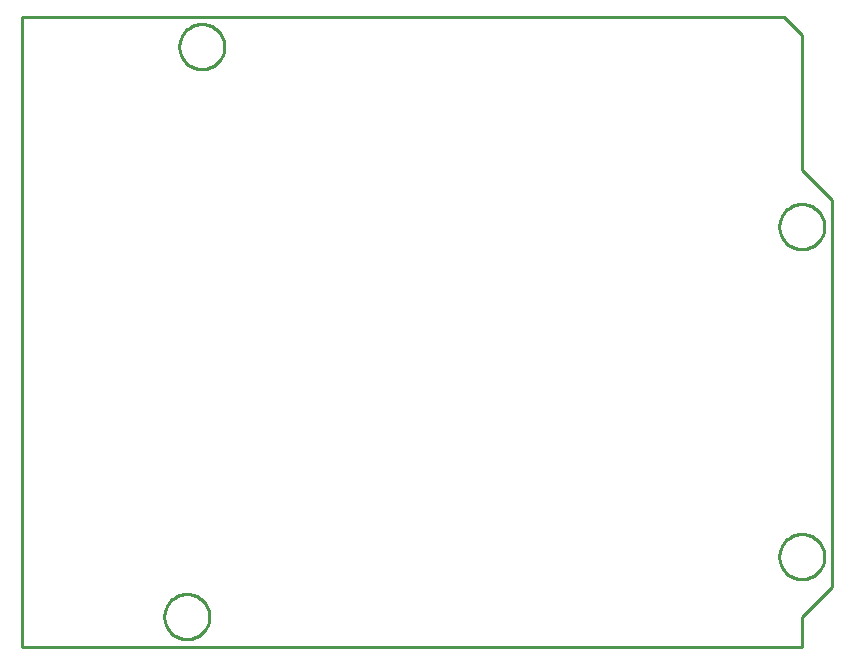
<source format=gbr>
G04 EAGLE Gerber RS-274X export*
G75*
%MOMM*%
%FSLAX34Y34*%
%LPD*%
%IN*%
%IPPOS*%
%AMOC8*
5,1,8,0,0,1.08239X$1,22.5*%
G01*
%ADD10C,0.254000*%


D10*
X-812800Y12700D02*
X-152400Y12700D01*
X-152400Y38100D01*
X-127000Y63500D01*
X-127000Y391160D01*
X-152400Y416560D01*
X-152400Y530860D01*
X-167640Y546100D01*
X-812800Y546100D01*
X-812800Y12700D01*
X-641350Y520124D02*
X-641420Y518975D01*
X-641558Y517832D01*
X-641766Y516700D01*
X-642041Y515582D01*
X-642384Y514483D01*
X-642792Y513407D01*
X-643265Y512357D01*
X-643800Y511337D01*
X-644395Y510352D01*
X-645049Y509405D01*
X-645759Y508498D01*
X-646523Y507637D01*
X-647337Y506823D01*
X-648198Y506059D01*
X-649105Y505349D01*
X-650052Y504695D01*
X-651037Y504100D01*
X-652057Y503565D01*
X-653107Y503092D01*
X-654183Y502684D01*
X-655282Y502341D01*
X-656400Y502066D01*
X-657532Y501858D01*
X-658675Y501720D01*
X-659824Y501650D01*
X-660976Y501650D01*
X-662125Y501720D01*
X-663268Y501858D01*
X-664400Y502066D01*
X-665518Y502341D01*
X-666617Y502684D01*
X-667693Y503092D01*
X-668743Y503565D01*
X-669763Y504100D01*
X-670748Y504695D01*
X-671695Y505349D01*
X-672602Y506059D01*
X-673463Y506823D01*
X-674277Y507637D01*
X-675041Y508498D01*
X-675751Y509405D01*
X-676405Y510352D01*
X-677000Y511337D01*
X-677535Y512357D01*
X-678008Y513407D01*
X-678416Y514483D01*
X-678759Y515582D01*
X-679034Y516700D01*
X-679242Y517832D01*
X-679381Y518975D01*
X-679450Y520124D01*
X-679450Y521276D01*
X-679381Y522425D01*
X-679242Y523568D01*
X-679034Y524700D01*
X-678759Y525818D01*
X-678416Y526917D01*
X-678008Y527993D01*
X-677535Y529043D01*
X-677000Y530063D01*
X-676405Y531048D01*
X-675751Y531995D01*
X-675041Y532902D01*
X-674277Y533763D01*
X-673463Y534577D01*
X-672602Y535341D01*
X-671695Y536051D01*
X-670748Y536705D01*
X-669763Y537300D01*
X-668743Y537835D01*
X-667693Y538308D01*
X-666617Y538716D01*
X-665518Y539059D01*
X-664400Y539334D01*
X-663268Y539542D01*
X-662125Y539681D01*
X-660976Y539750D01*
X-659824Y539750D01*
X-658675Y539681D01*
X-657532Y539542D01*
X-656400Y539334D01*
X-655282Y539059D01*
X-654183Y538716D01*
X-653107Y538308D01*
X-652057Y537835D01*
X-651037Y537300D01*
X-650052Y536705D01*
X-649105Y536051D01*
X-648198Y535341D01*
X-647337Y534577D01*
X-646523Y533763D01*
X-645759Y532902D01*
X-645049Y531995D01*
X-644395Y531048D01*
X-643800Y530063D01*
X-643265Y529043D01*
X-642792Y527993D01*
X-642384Y526917D01*
X-642041Y525818D01*
X-641766Y524700D01*
X-641558Y523568D01*
X-641420Y522425D01*
X-641350Y521276D01*
X-641350Y520124D01*
X-133350Y367724D02*
X-133420Y366575D01*
X-133558Y365432D01*
X-133766Y364300D01*
X-134041Y363182D01*
X-134384Y362083D01*
X-134792Y361007D01*
X-135265Y359957D01*
X-135800Y358937D01*
X-136395Y357952D01*
X-137049Y357005D01*
X-137759Y356098D01*
X-138523Y355237D01*
X-139337Y354423D01*
X-140198Y353659D01*
X-141105Y352949D01*
X-142052Y352295D01*
X-143037Y351700D01*
X-144057Y351165D01*
X-145107Y350692D01*
X-146183Y350284D01*
X-147282Y349941D01*
X-148400Y349666D01*
X-149532Y349458D01*
X-150675Y349320D01*
X-151824Y349250D01*
X-152976Y349250D01*
X-154125Y349320D01*
X-155268Y349458D01*
X-156400Y349666D01*
X-157518Y349941D01*
X-158617Y350284D01*
X-159693Y350692D01*
X-160743Y351165D01*
X-161763Y351700D01*
X-162748Y352295D01*
X-163695Y352949D01*
X-164602Y353659D01*
X-165463Y354423D01*
X-166277Y355237D01*
X-167041Y356098D01*
X-167751Y357005D01*
X-168405Y357952D01*
X-169000Y358937D01*
X-169535Y359957D01*
X-170008Y361007D01*
X-170416Y362083D01*
X-170759Y363182D01*
X-171034Y364300D01*
X-171242Y365432D01*
X-171381Y366575D01*
X-171450Y367724D01*
X-171450Y368876D01*
X-171381Y370025D01*
X-171242Y371168D01*
X-171034Y372300D01*
X-170759Y373418D01*
X-170416Y374517D01*
X-170008Y375593D01*
X-169535Y376643D01*
X-169000Y377663D01*
X-168405Y378648D01*
X-167751Y379595D01*
X-167041Y380502D01*
X-166277Y381363D01*
X-165463Y382177D01*
X-164602Y382941D01*
X-163695Y383651D01*
X-162748Y384305D01*
X-161763Y384900D01*
X-160743Y385435D01*
X-159693Y385908D01*
X-158617Y386316D01*
X-157518Y386659D01*
X-156400Y386934D01*
X-155268Y387142D01*
X-154125Y387281D01*
X-152976Y387350D01*
X-151824Y387350D01*
X-150675Y387281D01*
X-149532Y387142D01*
X-148400Y386934D01*
X-147282Y386659D01*
X-146183Y386316D01*
X-145107Y385908D01*
X-144057Y385435D01*
X-143037Y384900D01*
X-142052Y384305D01*
X-141105Y383651D01*
X-140198Y382941D01*
X-139337Y382177D01*
X-138523Y381363D01*
X-137759Y380502D01*
X-137049Y379595D01*
X-136395Y378648D01*
X-135800Y377663D01*
X-135265Y376643D01*
X-134792Y375593D01*
X-134384Y374517D01*
X-134041Y373418D01*
X-133766Y372300D01*
X-133558Y371168D01*
X-133420Y370025D01*
X-133350Y368876D01*
X-133350Y367724D01*
X-133350Y88324D02*
X-133420Y87175D01*
X-133558Y86032D01*
X-133766Y84900D01*
X-134041Y83782D01*
X-134384Y82683D01*
X-134792Y81607D01*
X-135265Y80557D01*
X-135800Y79537D01*
X-136395Y78552D01*
X-137049Y77605D01*
X-137759Y76698D01*
X-138523Y75837D01*
X-139337Y75023D01*
X-140198Y74259D01*
X-141105Y73549D01*
X-142052Y72895D01*
X-143037Y72300D01*
X-144057Y71765D01*
X-145107Y71292D01*
X-146183Y70884D01*
X-147282Y70541D01*
X-148400Y70266D01*
X-149532Y70058D01*
X-150675Y69920D01*
X-151824Y69850D01*
X-152976Y69850D01*
X-154125Y69920D01*
X-155268Y70058D01*
X-156400Y70266D01*
X-157518Y70541D01*
X-158617Y70884D01*
X-159693Y71292D01*
X-160743Y71765D01*
X-161763Y72300D01*
X-162748Y72895D01*
X-163695Y73549D01*
X-164602Y74259D01*
X-165463Y75023D01*
X-166277Y75837D01*
X-167041Y76698D01*
X-167751Y77605D01*
X-168405Y78552D01*
X-169000Y79537D01*
X-169535Y80557D01*
X-170008Y81607D01*
X-170416Y82683D01*
X-170759Y83782D01*
X-171034Y84900D01*
X-171242Y86032D01*
X-171381Y87175D01*
X-171450Y88324D01*
X-171450Y89476D01*
X-171381Y90625D01*
X-171242Y91768D01*
X-171034Y92900D01*
X-170759Y94018D01*
X-170416Y95117D01*
X-170008Y96193D01*
X-169535Y97243D01*
X-169000Y98263D01*
X-168405Y99248D01*
X-167751Y100195D01*
X-167041Y101102D01*
X-166277Y101963D01*
X-165463Y102777D01*
X-164602Y103541D01*
X-163695Y104251D01*
X-162748Y104905D01*
X-161763Y105500D01*
X-160743Y106035D01*
X-159693Y106508D01*
X-158617Y106916D01*
X-157518Y107259D01*
X-156400Y107534D01*
X-155268Y107742D01*
X-154125Y107881D01*
X-152976Y107950D01*
X-151824Y107950D01*
X-150675Y107881D01*
X-149532Y107742D01*
X-148400Y107534D01*
X-147282Y107259D01*
X-146183Y106916D01*
X-145107Y106508D01*
X-144057Y106035D01*
X-143037Y105500D01*
X-142052Y104905D01*
X-141105Y104251D01*
X-140198Y103541D01*
X-139337Y102777D01*
X-138523Y101963D01*
X-137759Y101102D01*
X-137049Y100195D01*
X-136395Y99248D01*
X-135800Y98263D01*
X-135265Y97243D01*
X-134792Y96193D01*
X-134384Y95117D01*
X-134041Y94018D01*
X-133766Y92900D01*
X-133558Y91768D01*
X-133420Y90625D01*
X-133350Y89476D01*
X-133350Y88324D01*
X-654050Y37524D02*
X-654120Y36375D01*
X-654258Y35232D01*
X-654466Y34100D01*
X-654741Y32982D01*
X-655084Y31883D01*
X-655492Y30807D01*
X-655965Y29757D01*
X-656500Y28737D01*
X-657095Y27752D01*
X-657749Y26805D01*
X-658459Y25898D01*
X-659223Y25037D01*
X-660037Y24223D01*
X-660898Y23459D01*
X-661805Y22749D01*
X-662752Y22095D01*
X-663737Y21500D01*
X-664757Y20965D01*
X-665807Y20492D01*
X-666883Y20084D01*
X-667982Y19741D01*
X-669100Y19466D01*
X-670232Y19258D01*
X-671375Y19120D01*
X-672524Y19050D01*
X-673676Y19050D01*
X-674825Y19120D01*
X-675968Y19258D01*
X-677100Y19466D01*
X-678218Y19741D01*
X-679317Y20084D01*
X-680393Y20492D01*
X-681443Y20965D01*
X-682463Y21500D01*
X-683448Y22095D01*
X-684395Y22749D01*
X-685302Y23459D01*
X-686163Y24223D01*
X-686977Y25037D01*
X-687741Y25898D01*
X-688451Y26805D01*
X-689105Y27752D01*
X-689700Y28737D01*
X-690235Y29757D01*
X-690708Y30807D01*
X-691116Y31883D01*
X-691459Y32982D01*
X-691734Y34100D01*
X-691942Y35232D01*
X-692081Y36375D01*
X-692150Y37524D01*
X-692150Y38676D01*
X-692081Y39825D01*
X-691942Y40968D01*
X-691734Y42100D01*
X-691459Y43218D01*
X-691116Y44317D01*
X-690708Y45393D01*
X-690235Y46443D01*
X-689700Y47463D01*
X-689105Y48448D01*
X-688451Y49395D01*
X-687741Y50302D01*
X-686977Y51163D01*
X-686163Y51977D01*
X-685302Y52741D01*
X-684395Y53451D01*
X-683448Y54105D01*
X-682463Y54700D01*
X-681443Y55235D01*
X-680393Y55708D01*
X-679317Y56116D01*
X-678218Y56459D01*
X-677100Y56734D01*
X-675968Y56942D01*
X-674825Y57081D01*
X-673676Y57150D01*
X-672524Y57150D01*
X-671375Y57081D01*
X-670232Y56942D01*
X-669100Y56734D01*
X-667982Y56459D01*
X-666883Y56116D01*
X-665807Y55708D01*
X-664757Y55235D01*
X-663737Y54700D01*
X-662752Y54105D01*
X-661805Y53451D01*
X-660898Y52741D01*
X-660037Y51977D01*
X-659223Y51163D01*
X-658459Y50302D01*
X-657749Y49395D01*
X-657095Y48448D01*
X-656500Y47463D01*
X-655965Y46443D01*
X-655492Y45393D01*
X-655084Y44317D01*
X-654741Y43218D01*
X-654466Y42100D01*
X-654258Y40968D01*
X-654120Y39825D01*
X-654050Y38676D01*
X-654050Y37524D01*
M02*

</source>
